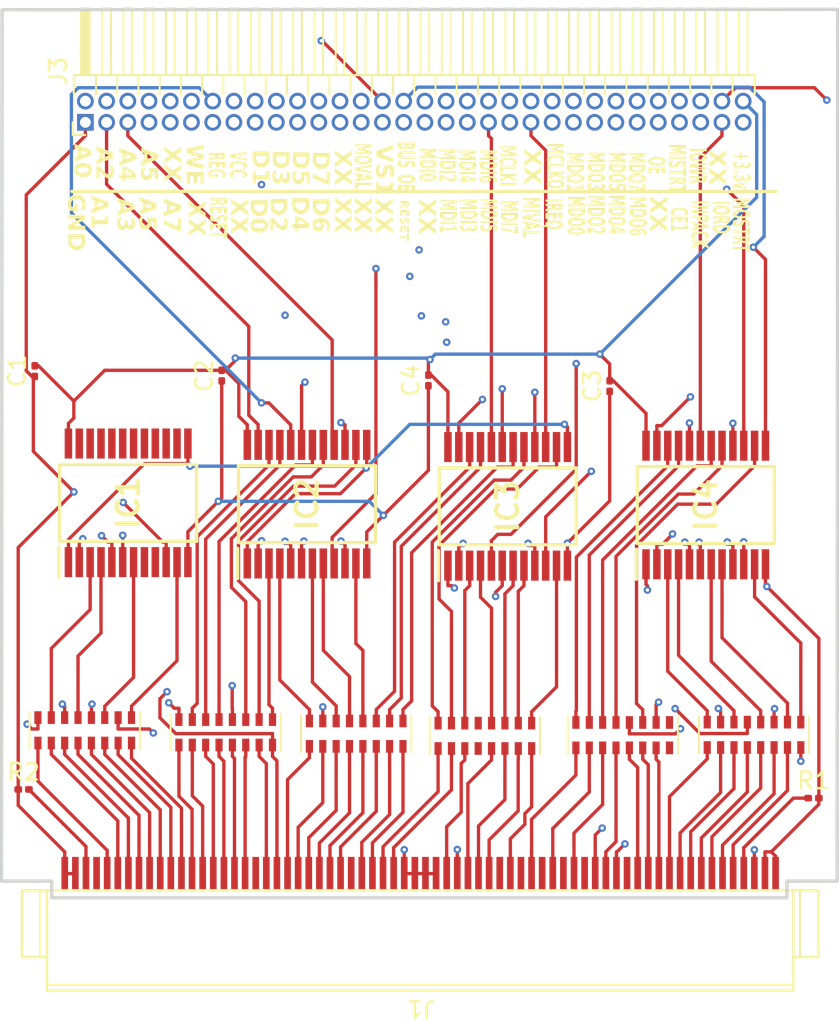
<source format=kicad_pcb>
(kicad_pcb (version 20221018) (generator pcbnew)
  (layers (0 "F.Cu" signal) (1 "In1.Cu" signal) (2 "In2.Cu" signal) (31 "B.Cu" signal) (34 "B.Paste" user) (35 "F.Paste" user) (36 "B.SilkS" user "B.Silkscreen") (37 "F.SilkS" user "F.Silkscreen") (38 "B.Mask" user) (39 "F.Mask" user) (44 "Edge.Cuts" user))
  (net 0 "")
  (net 1 "+3V3")
  (net 2 "VCC")
  (net 3 "GND")
  (net 14 "D3")
  (net 15 "D4")
  (net 16 "D5")
  (net 17 "D6")
  (net 18 "D7")
  (net 19 "CE1#")
  (net 20 "OE#")
  (net 21 "WE#")
  (net 22 "IREQ#")
  (net 23 "MIVAL")
  (net 24 "MCLKI")
  (net 25 "A7")
  (net 26 "A6")
  (net 27 "A5")
  (net 28 "A4")
  (net 29 "A3")
  (net 30 "A2")
  (net 31 "A1")
  (net 32 "A0")
  (net 33 "D0")
  (net 34 "D1")
  (net 35 "D2")
  (net 36 "MDO3")
  (net 37 "MDO4")
  (net 38 "MDO5")
  (net 39 "MDO6")
  (net 40 "MDO7")
  (net 41 "IORD#")
  (net 42 "IOWR#")
  (net 43 "MISTRT")
  (net 44 "MDI0")
  (net 45 "MDI1")
  (net 46 "MDI2")
  (net 47 "MDI3")
  (net 48 "MDI4")
  (net 49 "MDI5")
  (net 50 "MDI6")
  (net 51 "MDI7")
  (net 52 "MCLKO")
  (net 53 "RESET")
  (net 54 "INPACK#")
  (net 55 "REG#")
  (net 56 "MOVAL")
  (net 57 "MOSTRT")
  (net 58 "MDO0")
  (net 59 "MDO1")
  (net 60 "Net-(J1-CD1#)")
  (net 61 "MDO2")
  (net 63 "CE2#")
  (net 65 "INOUT_MOSTRT")
  (net 66 "INOUT_D0")
  (net 67 "INOUT_MDO0")
  (net 68 "INOUT_D1")
  (net 69 "INOUT_MDO1")
  (net 70 "INOUT_D2")
  (net 71 "INOUT_MDO2")
  (net 72 "INOUT_A3")
  (net 73 "INOUT_INPACK#")
  (net 74 "INOUT_A2")
  (net 75 "INOUT_REG#")
  (net 76 "INOUT_A1")
  (net 77 "INOUT_MOVAL")
  (net 78 "INOUT_A0")
  (net 79 "INOUT_MDI6")
  (net 80 "INOUT_A7")
  (net 81 "INOUT_MDI7")
  (net 82 "INOUT_A6")
  (net 83 "INOUT_A5")
  (net 84 "INOUT_RESET")
  (net 85 "INOUT_A4")
  (net 86 "Net-(J1-CD2#)")
  (net 88 "INOUT_WE#")
  (net 89 "INOUT_MDI2")
  (net 91 "INOUT_MDI3")
  (net 92 "INOUT_MIVAL")
  (net 93 "INOUT_MDI4")
  (net 94 "INOUT_MCLKI")
  (net 95 "INOUT_MDI5")
  (net 96 "INOUT_IOWR#")
  (net 97 "INOUT_MISTRT")
  (net 98 "INOUT_MDI0")
  (net 99 "INOUT_MDI1")
  (net 100 "INOUT_MDO6")
  (net 101 "INOUT_CE1#")
  (net 102 "INOUT_MDO7")
  (net 103 "INOUT_MCLKO")
  (net 104 "INOUT_OE#")
  (net 105 "INOUT_IORD#")
  (net 106 "INOUT_D3")
  (net 107 "INOUT_MDO3")
  (net 108 "INOUT_D5")
  (net 109 "INOUT_MDO4")
  (net 110 "INOUT_D6")
  (net 111 "INOUT_MDO5")
  (net 112 "INOUT_D7")
  (net 113 "INOUT_D4")
  (net 121 "VS1{slash}REFRESH")
  (net 125 "_RESET")
  (net 126 "_MCLKI")
  (net 127 "_MDI7")
  (net 128 "_MDI6")
  (net 129 "_MDI5")
  (net 130 "_MDI4")
  (net 131 "_MDI3")
  (net 132 "_MDI2")
  (net 133 "_MDI1")
  (net 134 "_MDI0")
  (net 135 "_CE1#")
  (net 136 "_OE#")
  (net 137 "_D7")
  (net 138 "_D6")
  (net 139 "_D5")
  (net 140 "_D4")
  (net 141 "_D3")
  (net 143 "_MIVAL")
  (net 144 "_REG#")
  (net 145 "_A1")
  (net 146 "_A2")
  (net 147 "_A3")
  (net 148 "_A4")
  (net 149 "_A6")
  (net 150 "_A7")
  (net 151 "BUS_OE")
  (net 152 "_A0")
  (net 153 "_D0")
  (net 154 "_D1")
  (net 155 "_D2")
  (net 158 "_A5")
  (net 159 "_WE#")
  (net 160 "_IORD#")
  (net 161 "_IOWR#")
  (net 162 "_MISTRT")
  (footprint "Capacitor_SMD:C_0201_0603Metric" (layer "F.Cu") (at 58.042 68.588 90)
    (fp_text reference "C4")
    (fp_text value "100 nF" hide)
  )
  (footprint "Resistor_SMD:R_Cat16-8" (layer "F.Cu") (at 77.532 89.808 -90)
    (fp_text reference "RN5" hide)
    (fp_text value "8 x 30R" hide)
  )
  (footprint "Resistor_SMD:R_0201_0603Metric" (layer "F.Cu") (at 33.812 93.078)
    (fp_text reference "R2")
    (fp_text value "0")
  )
  (footprint "Capacitor_SMD:C_0201_0603Metric" (layer "F.Cu") (at 68.892 68.928 90)
    (fp_text reference "C3")
    (fp_text value "100 nF" hide)
  )
  (footprint "SN74CBTD3384CDBR:SOP65P780X200-24N" (layer "F.Cu") (at 62.787 76.128 90)
    (fp_text reference "IC3")
    (fp_text value "SN74CBTD3384CDBR" hide)
  )
  (footprint "Resistor_SMD:R_Cat16-8" (layer "F.Cu") (at 37.472 89.538 -90)
    (fp_text reference "RN2" hide)
    (fp_text value "8 x 30R" hide)
  )
  (footprint "LIB_SN74CBTD3384CDBR:SOP65P780X200-24N" (layer "F.Cu") (at 40.072 75.918 90)
    (fp_text reference "IC1")
    (fp_text value "SN74CBTD3384CDBR" hide)
  )
  (footprint "Connector_PinHeader_1.27mm:PinHeader_2x32_P1.27mm_Horizontal" (layer "F.Cu") (at 37.512 53.138 90)
    (fp_text reference "J3")
    (fp_text value "Conn_02x32_Top_Bottom" hide)
  )
  (footprint "Resistor_SMD:R_Cat16-8" (layer "F.Cu") (at 69.672 89.828 -90)
    (fp_text reference "RN3" hide)
    (fp_text value "8 x 30R" hide)
  )
  (footprint "Resistor_SMD:R_Cat16-8" (layer "F.Cu") (at 61.422 89.868 -90)
    (fp_text reference "RN4" hide)
    (fp_text value "8 x 30R" hide)
  )
  (footprint "SN74CBTD3384CDBR:SOP65P780X200-24N" (layer "F.Cu") (at 50.777 75.998 90)
    (fp_text reference "IC2")
    (fp_text value "SN74CBTD3384CDBR" hide)
  )
  (footprint "SN74CBTD3384CDBR:SOP65P780X200-24N" (layer "F.Cu") (at 74.642 76.048 90)
    (fp_text reference "IC4")
    (fp_text value "SN74CBTD3384CDBR" hide)
  )
  (footprint "Resistor_SMD:R_Cat16-8" (layer "F.Cu") (at 53.722 89.738 -90)
    (fp_text reference "RN1" hide)
    (fp_text value "8 x 30R" hide)
  )
  (footprint "Resistor_SMD:R_Cat16-8" (layer "F.Cu") (at 45.912 89.658 -90)
    (fp_text reference "RN6" hide)
    (fp_text value "8 x 30R" hide)
  )
  (footprint "PC_Card:IC9_Series" (layer "F.Cu") (at 57.5495 99.118 180)
    (fp_text reference "J1")
    (fp_text value "9-68RD-0.635SF")
  )
  (footprint "Resistor_SMD:R_0201_0603Metric" (layer "F.Cu") (at 81.092 93.598)
    (fp_text reference "R1")
    (fp_text value "0" hide)
  )
  (footprint "Capacitor_SMD:C_0201_0603Metric" (layer "F.Cu") (at 45.672 68.303 90)
    (fp_text reference "C2")
    (fp_text value "100 nF" hide)
  )
  (footprint "Capacitor_SMD:C_0201_0603Metric" (layer "F.Cu") (at 34.482 68.033 90)
    (fp_text reference "C1")
    (fp_text value "100 nF" hide)
  )
  (gr_line (start 36.702 57.268) (end 78.862 57.278) (stroke (width 0.2)) (layer "F.SilkS"))
  (gr_line (start 82.502 98.568) (end 79.502 98.568) (stroke (width 0.2)) (layer "Edge.Cuts"))
  (gr_line (start 35.502 98.568) (end 32.502 98.568) (stroke (width 0.2)) (layer "Edge.Cuts"))
  (gr_line (start 79.502 99.568) (end 35.502 99.568) (stroke (width 0.2)) (layer "Edge.Cuts"))
  (gr_line (start 35.502 99.568) (end 35.502 98.568) (stroke (width 0.2)) (layer "Edge.Cuts"))
  (gr_line (start 32.502 98.568) (end 32.5274 46.3964) (stroke (width 0.2)) (layer "Edge.Cuts"))
  (gr_line (start 82.54 46.371) (end 82.502 98.568) (stroke (width 0.2)) (layer "Edge.Cuts"))
  (gr_line (start 32.5274 46.3964) (end 82.54 46.371) (stroke (width 0.2)) (layer "Edge.Cuts"))
  (gr_line (start 79.502 98.568) (end 79.502 99.568) (stroke (width 0.2)) (layer "Edge.Cuts"))
  (gr_text "MDO0" (at 66.232 57.538 270) (layer "F.SilkS") (effects (font (size 1 0.5) (thickness 0.125) bold) (justify left bottom)))
  (gr_text "MDI2" (at 58.532 54.698 270) (layer "F.SilkS") (effects (font (size 1 0.5) (thickness 0.125) bold) (justify left bottom)))
  (gr_text "MDI3" (at 59.7816 57.6994 270) (layer "F.SilkS") (effects (font (size 1 0.5) (thickness 0.125) bold) (justify left bottom)))
  (gr_text "MDO1" (at 66.162 54.918 270) (layer "F.SilkS") (effects (font (size 1 0.5) (thickness 0.125) bold) (justify left bottom)))
  (gr_text "A0" (at 36.692 54.418 270) (layer "F.SilkS") (effects (font (size 1 1) (thickness 0.25) bold) (justify left bottom)))
  (gr_text "MOVAL" (at 53.462 54.388 270) (layer "F.SilkS") (effects (font (size 1 0.5) (thickness 0.125) bold) (justify left bottom)))
  (gr_text "MOSTRT" (at 76.102 57.638 270) (layer "F.SilkS") (effects (font (size 1 0.5) (thickness 0.125) bold) (justify left bottom)))
  (gr_text "A3" (at 39.262 57.648 270) (layer "F.SilkS") (effects (font (size 1 1) (thickness 0.25) bold) (justify left bottom)))
  (gr_text "REG" (at 44.712 54.898 270) (layer "F.SilkS") (effects (font (size 1 0.5) (thickness 0.125) bold) (justify left bottom)))
  (gr_text "A2" (at 38.002 54.568 270) (layer "F.SilkS") (effects (font (size 1 1) (thickness 0.25) bold) (justify left bottom)))
  (gr_text "MDI6" (at 60.942 54.758 270) (layer "F.SilkS") (effects (font (size 1 0.5) (thickness 0.125) bold) (justify left bottom)))
  (gr_text "D1" (at 47.352 54.748 270) (layer "F.SilkS") (effects (font (size 1 1) (thickness 0.25) bold) (justify left bottom)))
  (gr_text "XX" (at 52.272 54.778 270) (layer "F.SilkS") (effects (font (size 1 1) (thickness 0.25) bold) (justify left bottom)))
  (gr_text "A5" (at 40.582 57.598 270) (layer "F.SilkS") (effects (font (size 1 1) (thickness 0.25) bold) (justify left bottom)))
  (gr_text "GND" (at 36.312 57.388 270) (layer "F.SilkS") (effects (font (size 1 1) (thickness 0.25) bold) (justify left bottom)))
  (gr_text "WE" (at 43.402 54.428 270) (layer "F.SilkS") (effects (font (size 1 1) (thickness 0.25) bold) (justify left bottom)))
  (gr_text "MDI5" (at 60.992 57.688 270) (layer "F.SilkS") (effects (font (size 1 0.5) (thickness 0.125) bold) (justify left bottom)))
  (gr_text "XX" (at 57.312 57.708 270) (layer "F.SilkS") (effects (font (size 1 1) (thickness 0.25) bold) (justify left bottom)))
  (gr_text "MDI4" (at 59.712 54.758 270) (layer "F.SilkS") (effects (font (size 1 0.5) (thickness 0.125) bold) (justify left bottom)))
  (gr_text "OE" (at 71.042 55.178 270) (layer "F.SilkS") (effects (font (size 1 0.5) (thickness 0.125) bold) (justify left bottom)))
  (gr_text "+3.3v\n" (at 76.132 54.878 270) (layer "F.SilkS") (effects (font (size 1 0.5) (thickness 0.125) bold) (justify left bottom)))
  (gr_text "A5" (at 40.682 54.648 270) (layer "F.SilkS") (effects (font (size 1 1) (thickness 0.25) bold) (justify left bottom)))
  (gr_text "D4" (at 49.722 57.548 270) (layer "F.SilkS") (effects (font (size 1 1) (thickness 0.25) bold) (justify left bottom)))
  (gr_text "D0" (at 47.242 57.668 270) (layer "F.SilkS") (effects (font (size 1 1) (thickness 0.25) bold) (justify left bottom)))
  (gr_text "XX" (at 63.612 54.708 270) (layer "F.SilkS") (effects (font (size 1 1) (thickness 0.25) bold) (justify left bottom)))
  (gr_text "MDI7" (at 62.22 57.801 270) (layer "F.SilkS") (effects (font (size 1 0.5) (thickness 0.125) bold) (justify left bottom)))
  (gr_text "IREQ" (at 64.882 57.688 270) (layer "F.SilkS") (effects (font (size 1 0.5) (thickness 0.125) bold) (justify left bottom)))
  (gr_text "MDO5" (at 68.672 54.898 270) (layer "F.SilkS") (effects (font (size 1 0.5) (thickness 0.125) bold) (justify left bottom)))
  (gr_text "A4" (at 39.372 54.658 270) (layer "F.SilkS") (effects (font (size 1 1) (thickness 0.25) bold) (justify left bottom)))
  (gr_text "XX" (at 52.262 57.608 270) (layer "F.SilkS") (effects (font (size 1 1) (thickness 0.25) bold) (justify left bottom)))
  (gr_text "MDI0" (at 57.342 54.658 270) (layer "F.SilkS") (effects (font (size 1 0.5) (thickness 0.125) bold) (justify left bottom)))
  (gr_text "MISTRT" (at 72.272 54.428 270) (layer "F.SilkS") (effects (font (size 1 0.5) (thickness 0.125) bold) (justify left bottom)))
  (gr_text "D7" (at 50.952 54.838 270) (layer "F.SilkS") (effects (font (size 1 1) (thickness 0.25) bold) (justify left bottom)))
  (gr_text "D2" (at 48.412 57.598 270) (layer "F.SilkS") (effects (font (size 1 1) (thickness 0.25) bold) (justify left bottom)))
  (gr_text "XX" (at 54.712 57.658 270) (layer "F.SilkS") (effects (font (size 1 1) (thickness 0.25) bold) (justify left bottom)))
  (gr_text "MDI1" (at 58.552 57.738 270) (layer "F.SilkS") (effects (font (size 1 0.5) (thickness 0.125) bold) (justify left bottom)))
  (gr_text "MDO2" (at 67.422 57.498 270) (layer "F.SilkS") (effects (font (size 1 0.5) (thickness 0.125) bold) (justify left bottom)))
  (gr_text "XX" (at 71.152 57.538 270) (layer "F.SilkS") (effects (font (size 1 1) (thickness 0.25) bold) (justify left bottom)))
  (gr_text "A1" (at 37.702 57.508 270) (layer "F.SilkS") (effects (font (size 1 1) (thickness 0.25) bold) (justify left bottom)))
  (gr_text "IOWR" (at 73.512 54.668 270) (layer "F.SilkS") (effects (font (size 1 0.5) (thickness 0.125) bold) (justify left bottom)))
  (gr_text "VS1" (at 54.752 54.4736 270) (layer "F.SilkS") (effects (font (size 1 1) (thickness 0.25) bold) (justify left bottom)))
  (gr_text "MDO7" (at 69.852 54.918 270) (layer "F.SilkS") (effects (font (size 1 0.5) (thickness 0.125) bold) (justify left bottom)))
  (gr_text "RESET\n" (at 56.2764 57.7756 270) (layer "F.SilkS") (effects (font (size 0.5 0.5) (thickness 0.125) bold) (justify left bottom)))
  (gr_text "MCLKI" (at 62.132 54.508 270) (layer "F.SilkS") (effects (font (size 1 0.5) (thickness 0.125) bold) (justify left bottom)))
  (gr_text "MCLKO" (at 64.982 54.368 270) (layer "F.SilkS") (effects (font (size 1 0.5) (thickness 0.125) bold) (justify left bottom)))
  (gr_text "MIVAL" (at 63.532 57.608 270) (layer "F.SilkS") (effects (font (size 1 0.5) (thickness 0.125) bold) (justify left bottom)))
  (gr_text "INPACK" (at 73.622 57.798 270) (layer "F.SilkS") (effects (font (size 1 0.5) (thickness 0.125) bold) (justify left bottom)))
  (gr_text "D5" (at 49.752 54.808 270) (layer "F.SilkS") (effects (font (size 1 1) (thickness 0.25) bold) (justify left bottom)))
  (gr_text "CE1" (at 72.392 58.208 270) (layer "F.SilkS") (effects (font (size 1 0.5) (thickness 0.125) bold) (justify left bottom)))
  (gr_text "XX" (at 53.472 57.628 270) (layer "F.SilkS") (effects (font (size 1 1) (thickness 0.25) bold) (justify left bottom)))
  (gr_text "IORD" (at 74.912 57.848 270) (layer "F.SilkS") (effects (font (size 1 0.5) (thickness 0.125) bold) (justify left bottom)))
  (gr_text "MDO3" (at 67.412 54.888 270) (layer "F.SilkS") (effects (font (size 1 0.5) (thickness 0.125) bold) (justify left bottom)))
  (gr_text "XX" (at 46.072 57.688 270) (layer "F.SilkS") (effects (font (size 1 1) (thickness 0.25) bold) (justify left bottom)))
  (gr_text "MDO6" (at 69.912 57.578 270) (layer "F.SilkS") (effects (font (size 1 0.5) (thickness 0.125) bold) (justify left bottom)))
  (gr_text "MDO4" (at 68.662 57.478 270) (layer "F.SilkS") (effects (font (size 1 0.5) (thickness 0.125) bold) (justify left bottom)))
  (gr_text "RESET" (at 44.812 57.618 270) (layer "F.SilkS") (effects (font (size 1 0.5) (thickness 0.125) bold) (justify left bottom)))
  (gr_text "A7" (at 42.042 57.698 270) (layer "F.SilkS") (effects (font (size 1 1) (thickness 0.25) bold) (justify left bottom)))
  (gr_text "XX" (at 43.522 57.808 270) (layer "F.SilkS") (effects (font (size 1 1) (thickness 0.25) bold) (justify left bottom)))
  (gr_text "D3" (at 48.552 54.788 270) (layer "F.SilkS") (effects (font (size 1 1) (thickness 0.25) bold) (justify left bottom)))
  (gr_text "D6" (at 50.952 57.618 270) (layer "F.SilkS") (effects (font (size 1 1) (thickness 0.25) bold) (justify left bottom)))
  (gr_text "BUS_OE" (at 56.052 54.278 270) (layer "F.SilkS") (effects (font (size 1 0.5) (thickness 0.125) bold) (justify left bottom)))
  (gr_text "XX" (at 74.682 54.768 270) (layer "F.SilkS") (effects (font (size 1 1) (thickness 0.25) bold) (justify left bottom)))
  (gr_text "VCC" (at 45.982 54.888 270) (layer "F.SilkS") (effects (font (size 1 0.5) (thickness 0.125) bold) (justify left bottom)))
  (gr_text "XX" (at 42.072 54.558 270) (layer "F.SilkS") (effects (font (size 1 1) (thickness 0.25) bold) (justify left bottom)))
  (segment (start 34.7047 67.713) (end 36.8219 69.8302) (width 0.2) (layer "F.Cu") (net 1))
  (segment (start 58.042 68.268) (end 58.042 67.4301) (width 0.2) (layer "F.Cu") (net 1))
  (segment (start 58.209 68.268) (end 59.212 69.271) (width 0.2) (layer "F.Cu") (net 1))
  (segment (start 36.8219 69.8302) (end 36.8219 70.8412) (width 0.2) (layer "F.Cu") (net 1))
  (segment (start 68.892 67.6065) (end 68.3015 67.016) (width 0.2) (layer "F.Cu") (net 1))
  (segment (start 46.6959 68.7772) (end 46.6959 70.74) (width 0.2) (layer "F.Cu") (net 1))
  (segment (start 38.6691 67.983) (end 36.8219 69.8302) (width 0.2) (layer "F.Cu") (net 1))
  (segment (start 36.8219 70.8412) (end 36.497 71.1661) (width 0.2) (layer "F.Cu") (net 1))
  (segment (start 45.9017 67.983) (end 46.485 67.3997) (width 0.2) (layer "F.Cu") (net 1))
  (segment (start 68.892 68.608) (end 69.1092 68.608) (width 0.2) (layer "F.Cu") (net 1))
  (segment (start 47.202 71.2461) (end 47.202 72.448) (width 0.2) (layer "F.Cu") (net 1))
  (segment (start 46.6959 70.74) (end 47.202 71.2461) (width 0.2) (layer "F.Cu") (net 1))
  (segment (start 59.212 69.271) (end 59.212 72.578) (width 0.2) (layer "F.Cu") (net 1))
  (segment (start 46.485 67.3997) (end 46.485 67.2533) (width 0.2) (layer "F.Cu") (net 1))
  (segment (start 45.672 67.983) (end 38.6691 67.983) (width 0.2) (layer "F.Cu") (net 1))
  (segment (start 71.067 70.5658) (end 71.067 72.498) (width 0.2) (layer "F.Cu") (net 1))
  (segment (start 69.1092 68.608) (end 71.067 70.5658) (width 0.2) (layer "F.Cu") (net 1))
  (segment (start 58.042 68.268) (end 58.209 68.268) (width 0.2) (layer "F.Cu") (net 1))
  (segment (start 45.9017 67.983) (end 46.6959 68.7772) (width 0.2) (layer "F.Cu") (net 1))
  (segment (start 34.482 67.713) (end 34.7047 67.713) (width 0.2) (layer "F.Cu") (net 1))
  (segment (start 36.497 71.1661) (end 36.497 72.368) (width 0.2) (layer "F.Cu") (net 1))
  (segment (start 68.892 68.608) (end 68.892 67.6065) (width 0.2) (layer "F.Cu") (net 1))
  (segment (start 45.672 67.983) (end 45.9017 67.983) (width 0.2) (layer "F.Cu") (net 1))
  (segment (start 58.042 67.4301) (end 58.1329 67.3392) (width 0.2) (layer "F.Cu") (net 1))
  (via (at 46.485 67.2533) (size 0.45) (drill 0.2) (layers "F.Cu" "B.Cu") (net 1))
  (via (at 68.3015 67.016) (size 0.45) (drill 0.2) (layers "F.Cu" "B.Cu") (net 1))
  (via (at 58.1329 67.3392) (size 0.45) (drill 0.2) (layers "F.Cu" "B.Cu") (net 1))
  (segment (start 76.882 51.868) (end 77.6929 52.6789) (width 0.2) (layer "B.Cu") (net 1))
  (segment (start 46.485 67.2533) (end 58.047 67.2533) (width 0.2) (layer "B.Cu") (net 1))
  (segment (start 77.6929 52.6789) (end 77.6929 57.6246) (width 0.2) (layer "B.Cu") (net 1))
  (segment (start 68.3015 67.016) (end 58.4561 67.016) (width 0.2) (layer "B.Cu") (net 1))
  (segment (start 58.4561 67.016) (end 58.1329 67.3392) (width 0.2) (layer "B.Cu") (net 1))
  (segment (start 77.6929 57.6246) (end 68.3015 67.016) (width 0.2) (layer "B.Cu") (net 1))
  (segment (start 58.047 67.2533) (end 58.1329 67.3392) (width 0.2) (layer "B.Cu") (net 1))
  (segment (start 57.867 98.118) (end 56.597 98.118) (width 0.2) (layer "F.Cu") (net 2))
  (segment (start 57.867 98.118) (end 58.502 98.118) (width 0.2) (layer "F.Cu") (net 2))
  (segment (start 56.597 98.118) (end 56.597 96.6877) (width 0.2) (layer "F.Cu") (net 2))
  (via (at 56.597 96.6877) (size 0.45) (drill 0.2) (layers "F.Cu" "B.Cu") (net 2))
  (segment (start 33.492 78.5979) (end 33.492 93.078) (width 0.2) (layer "F.Cu") (net 3))
  (segment (start 78.217 79.598) (end 78.217 80.7999) (width 0.2) (layer "F.Cu") (net 3))
  (segment (start 34.3984 72.8385) (end 36.8249 75.265) (width 0.2) (layer "F.Cu") (net 3))
  (segment (start 54.352 77.6668) (end 55.3483 76.6705) (width 0.2) (layer "F.Cu") (net 3))
  (segment (start 37.512 53.9399) (end 37.512 53.138) (width 0.2) (layer "F.Cu") (net 3))
  (segment (start 81.412 93.598) (end 81.412 93.9676) (width 0.2) (layer "F.Cu") (net 3))
  (segment (start 34.3984 68.353) (end 34.3147 68.353) (width 0.2) (layer "F.Cu") (net 3))
  (segment (start 81.412 84.0407) (end 81.412 93.598) (width 0.2) (layer "F.Cu") (net 3))
  (segment (start 33.9732 57.4787) (end 37.512 53.9399) (width 0.2) (layer "F.Cu") (net 3))
  (segment (start 34.3147 68.353) (end 33.9732 68.0115) (width 0.2) (layer "F.Cu") (net 3))
  (segment (start 43.647 77.6499) (end 45.469 75.8279) (width 0.2) (layer "F.Cu") (net 3))
  (segment (start 78.2987 80.9274) (end 81.412 84.0407) (width 0.2) (layer "F.Cu") (net 3))
  (segment (start 55.3483 76.6705) (end 58.042 73.9768) (width 0.2) (layer "F.Cu") (net 3))
  (segment (start 34.482 68.353) (end 34.3984 68.353) (width 0.2) (layer "F.Cu") (net 3))
  (segment (start 43.647 79.468) (end 43.647 77.6499) (width 0.2) (layer "F.Cu") (net 3))
  (segment (start 66.362 78.3336) (end 66.362 79.678) (width 0.2) (layer "F.Cu") (net 3))
  (segment (start 36.277 98.118) (end 36.277 96.8161) (width 0.2) (layer "F.Cu") (net 3))
  (segment (start 36.8249 75.265) (end 33.492 78.5979) (width 0.2) (layer "F.Cu") (net 3))
  (segment (start 45.672 68.623) (end 45.672 75.6249) (width 0.2) (layer "F.Cu") (net 3))
  (segment (start 33.492 94.0311) (end 33.492 93.078) (width 0.2) (layer "F.Cu") (net 3))
  (segment (start 36.277 96.8161) (end 33.492 94.0311) (width 0.2) (layer "F.Cu") (net 3))
  (segment (start 78.217 80.7999) (end 78.2987 80.8816) (width 0.2) (layer "F.Cu") (net 3))
  (segment (start 78.822 98.118) (end 78.822 97.0746) (width 0.2) (layer "F.Cu") (net 3))
  (segment (start 81.412 93.9676) (end 78.5635 96.8161) (width 0.2) (layer "F.Cu") (net 3))
  (segment (start 45.672 75.6249) (end 45.469 75.8279) (width 0.2) (layer "F.Cu") (net 3))
  (segment (start 66.362 78.3336) (end 68.892 75.8036) (width 0.2) (layer "F.Cu") (net 3))
  (segment (start 78.187 96.8161) (end 78.187 98.118) (width 0.2) (layer "F.Cu") (net 3))
  (segment (start 54.352 79.548) (end 54.352 77.6668) (width 0.2) (layer "F.Cu") (net 3))
  (segment (start 78.822 97.0746) (end 78.5635 96.8161) (width 0.2) (layer "F.Cu") (net 3))
  (segment (start 34.3984 68.353) (end 34.3984 72.8385) (width 0.2) (layer "F.Cu") (net 3))
  (segment (start 78.2987 80.8816) (end 78.2987 80.9274) (width 0.2) (layer "F.Cu") (net 3))
  (segment (start 58.042 73.9768) (end 58.042 68.908) (width 0.2) (layer "F.Cu") (net 3))
  (segment (start 68.892 75.8036) (end 68.892 69.248) (width 0.2) (layer "F.Cu") (net 3))
  (segment (start 33.9732 68.0115) (end 33.9732 57.4787) (width 0.2) (layer "F.Cu") (net 3))
  (segment (start 36.912 98.118) (end 36.277 98.118) (width 0.2) (layer "F.Cu") (net 3))
  (segment (start 78.5635 96.8161) (end 78.187 96.8161) (width 0.2) (layer "F.Cu") (net 3))
  (via (at 78.2987 80.9274) (size 0.45) (drill 0.2) (layers "F.Cu" "B.Cu") (net 3))
  (via (at 55.3483 76.6705) (size 0.45) (drill 0.2) (layers "F.Cu" "B.Cu") (net 3))
  (via (at 36.8249 75.265) (size 0.45) (drill 0.2) (layers "F.Cu" "B.Cu") (net 3))
  (via (at 66.362 78.3336) (size 0.45) (drill 0.2) (layers "F.Cu" "B.Cu") (net 3))
  (via (at 45.469 75.8279) (size 0.45) (drill 0.2) (layers "F.Cu" "B.Cu") (net 3))
  (segment (start 45.469 75.8279) (end 54.5057 75.8279) (width 0.2) (layer "B.Cu") (net 3))
  (segment (start 54.5057 75.8279) (end 55.3483 76.6705) (width 0.2) (layer "B.Cu") (net 3))
  (segment (start 80.332 90.568) (end 80.332 91.3903) (width 0.2) (layer "F.Cu") (net 14))
  (segment (start 77.552 96.6909) (end 77.552 98.118) (width 0.2) (layer "F.Cu") (net 14))
  (via (at 80.332 91.3903) (size 0.45) (drill 0.2) (layers "F.Cu" "B.Cu") (net 14))
  (via (at 77.552 96.6909) (size 0.45) (drill 0.2) (layers "F.Cu" "B.Cu") (net 14))
  (segment (start 79.532 93.1437) (end 76.282 96.3937) (width 0.2) (layer "F.Cu") (net 15))
  (segment (start 76.282 96.3937) (end 76.282 98.118) (width 0.2) (layer "F.Cu") (net 15))
  (segment (start 79.532 90.568) (end 79.532 93.1437) (width 0.2) (layer "F.Cu") (net 15))
  (segment (start 75.012 95.9177) (end 77.932 92.9977) (width 0.2) (layer "F.Cu") (net 16))
  (segment (start 75.012 98.118) (end 75.012 95.9177) (width 0.2) (layer "F.Cu") (net 16))
  (segment (start 77.932 92.9977) (end 77.932 90.568) (width 0.2) (layer "F.Cu") (net 16))
  (segment (start 73.742 95.6187) (end 73.742 98.118) (width 0.2) (layer "F.Cu") (net 17))
  (segment (start 76.332 90.568) (end 76.332 93.0287) (width 0.2) (layer "F.Cu") (net 17))
  (segment (start 76.332 93.0287) (end 73.742 95.6187) (width 0.2) (layer "F.Cu") (net 17))
  (segment (start 74.732 91.2499) (end 72.472 93.5099) (width 0.2) (layer "F.Cu") (net 18))
  (segment (start 74.732 90.568) (end 74.732 91.2499) (width 0.2) (layer "F.Cu") (net 18))
  (segment (start 72.472 93.5099) (end 72.472 98.118) (width 0.2) (layer "F.Cu") (net 18))
  (segment (start 70.872 91.2699) (end 71.202 91.5999) (width 0.2) (layer "F.Cu") (net 19))
  (segment (start 71.202 91.5999) (end 71.202 98.118) (width 0.2) (layer "F.Cu") (net 19))
  (segment (start 70.872 90.588) (end 70.872 91.2699) (width 0.2) (layer "F.Cu") (net 19))
  (segment (start 69.272 96.2061) (end 69.272 90.588) (width 0.2) (layer "F.Cu") (net 20))
  (segment (start 68.662 96.8161) (end 69.272 96.2061) (width 0.2) (layer "F.Cu") (net 20))
  (segment (start 68.662 98.118) (end 68.662 96.8161) (width 0.2) (layer "F.Cu") (net 20))
  (segment (start 62.622 93.6892) (end 62.622 90.628) (width 0.2) (layer "F.Cu") (net 21))
  (segment (start 61.042 98.118) (end 61.042 95.2692) (width 0.2) (layer "F.Cu") (net 21))
  (segment (start 61.042 95.2692) (end 62.622 93.6892) (width 0.2) (layer "F.Cu") (net 21))
  (segment (start 59.772 98.118) (end 59.772 96.6769) (width 0.2) (layer "F.Cu") (net 22))
  (via (at 59.772 96.6769) (size 0.45) (drill 0.2) (layers "F.Cu" "B.Cu") (net 22))
  (segment (start 59.422 90.628) (end 59.422 93.1034) (width 0.2) (layer "F.Cu") (net 23))
  (segment (start 55.962 96.5634) (end 55.962 98.118) (width 0.2) (layer "F.Cu") (net 23))
  (segment (start 59.422 93.1034) (end 55.962 96.5634) (width 0.2) (layer "F.Cu") (net 23))
  (segment (start 56.522 94.4469) (end 54.692 96.2769) (width 0.2) (layer "F.Cu") (net 24))
  (segment (start 56.522 90.498) (end 56.522 94.4469) (width 0.2) (layer "F.Cu") (net 24))
  (segment (start 54.692 96.2769) (end 54.692 98.118) (width 0.2) (layer "F.Cu") (net 24))
  (segment (start 54.122 90.498) (end 54.122 94.4735) (width 0.2) (layer "F.Cu") (net 25))
  (segment (start 54.122 94.4735) (end 52.152 96.4435) (width 0.2) (layer "F.Cu") (net 25))
  (segment (start 52.152 96.4435) (end 52.152 98.118) (width 0.2) (layer "F.Cu") (net 25))
  (segment (start 52.522 90.498) (end 52.522 94.3337) (width 0.2) (layer "F.Cu") (net 26))
  (segment (start 52.522 94.3337) (end 50.882 95.9737) (width 0.2) (layer "F.Cu") (net 26))
  (segment (start 50.882 95.9737) (end 50.882 98.118) (width 0.2) (layer "F.Cu") (net 26))
  (segment (start 49.612 92.4899) (end 49.612 98.118) (width 0.2) (layer "F.Cu") (net 27))
  (segment (start 50.922 91.1799) (end 49.612 92.4899) (width 0.2) (layer "F.Cu") (net 27))
  (segment (start 50.922 90.498) (end 50.922 91.1799) (width 0.2) (layer "F.Cu") (net 27))
  (segment (start 48.342 91.5299) (end 48.342 98.118) (width 0.2) (layer "F.Cu") (net 28))
  (segment (start 47.912 91.0999) (end 48.342 91.5299) (width 0.2) (layer "F.Cu") (net 28))
  (segment (start 47.912 90.418) (end 47.912 91.0999) (width 0.2) (layer "F.Cu") (net 28))
  (segment (start 47.112 91.0999) (end 47.072 91.1399) (width 0.2) (layer "F.Cu") (net 29))
  (segment (start 47.072 91.1399) (end 47.072 98.118) (width 0.2) (layer "F.Cu") (net 29))
  (segment (start 47.112 90.418) (end 47.112 91.0999) (width 0.2) (layer "F.Cu") (net 29))
  (segment (start 45.512 90.418) (end 45.512 91.0999) (width 0.2) (layer "F.Cu") (net 30))
  (segment (start 45.512 91.0999) (end 45.802 91.3899) (width 0.2) (layer "F.Cu") (net 30))
  (segment (start 45.802 91.3899) (end 45.802 98.118) (width 0.2) (layer "F.Cu") (net 30))
  (segment (start 43.912 90.418) (end 43.912 93.4575) (width 0.2) (layer "F.Cu") (net 31))
  (segment (start 44.532 94.0775) (end 44.532 98.118) (width 0.2) (layer "F.Cu") (net 31))
  (segment (start 43.912 93.4575) (end 44.532 94.0775) (width 0.2) (layer "F.Cu") (net 31))
  (segment (start 43.262 98.118) (end 43.262 94.1997) (width 0.2) (layer "F.Cu") (net 32))
  (segment (start 40.272 91.2097) (end 40.272 90.298) (width 0.2) (layer "F.Cu") (net 32))
  (segment (start 43.262 94.1997) (end 40.272 91.2097) (width 0.2) (layer "F.Cu") (net 32))
  (segment (start 38.672 90.298) (end 38.672 90.9799) (width 0.2) (layer "F.Cu") (net 33))
  (segment (start 38.672 90.9799) (end 41.992 94.2999) (width 0.2) (layer "F.Cu") (net 33))
  (segment (start 41.992 94.2999) (end 41.992 98.118) (width 0.2) (layer "F.Cu") (net 33))
  (segment (start 37.072 90.298) (end 37.072 90.9799) (width 0.2) (layer "F.Cu") (net 34))
  (segment (start 37.072 90.9799) (end 40.722 94.6299) (width 0.2) (layer "F.Cu") (net 34))
  (segment (start 40.722 94.6299) (end 40.722 98.118) (width 0.2) (layer "F.Cu") (net 34))
  (segment (start 35.472 90.9799) (end 39.452 94.9599) (width 0.2) (layer "F.Cu") (net 35))
  (segment (start 39.452 94.9599) (end 39.452 98.118) (width 0.2) (layer "F.Cu") (net 35))
  (segment (start 35.472 90.298) (end 35.472 90.9799) (width 0.2) (layer "F.Cu") (net 35))
  (segment (start 78.732 90.568) (end 78.732 93.3342) (width 0.2) (layer "F.Cu") (net 36))
  (segment (start 75.647 96.4192) (end 75.647 98.118) (width 0.2) (layer "F.Cu") (net 36))
  (segment (start 78.732 93.3342) (end 75.647 96.4192) (width 0.2) (layer "F.Cu") (net 36))
  (segment (start 74.377 95.9844) (end 77.132 93.2294) (width 0.2) (layer "F.Cu") (net 37))
  (segment (start 74.377 98.118) (end 74.377 95.9844) (width 0.2) (layer "F.Cu") (net 37))
  (segment (start 77.132 93.2294) (end 77.132 90.568) (width 0.2) (layer "F.Cu") (net 37))
  (segment (start 75.532 90.568) (end 75.532 93.2602) (width 0.2) (layer "F.Cu") (net 38))
  (segment (start 75.532 93.2602) (end 73.107 95.6852) (width 0.2) (layer "F.Cu") (net 38))
  (segment (start 73.107 95.6852) (end 73.107 98.118) (width 0.2) (layer "F.Cu") (net 38))
  (segment (start 71.837 91.4349) (end 71.837 98.118) (width 0.2) (layer "F.Cu") (net 39))
  (segment (start 71.672 90.588) (end 71.672 91.2699) (width 0.2) (layer "F.Cu") (net 39))
  (segment (start 71.672 91.2699) (end 71.837 91.4349) (width 0.2) (layer "F.Cu") (net 39))
  (segment (start 70.072 91.2699) (end 70.567 91.7649) (width 0.2) (layer "F.Cu") (net 40))
  (segment (start 70.567 91.7649) (end 70.567 98.118) (width 0.2) (layer "F.Cu") (net 40))
  (segment (start 70.072 90.588) (end 70.072 91.2699) (width 0.2) (layer "F.Cu") (net 40))
  (segment (start 66.757 95.6914) (end 66.757 98.118) (width 0.2) (layer "F.Cu") (net 41))
  (segment (start 68.472 93.9764) (end 66.757 95.6914) (width 0.2) (layer "F.Cu") (net 41))
  (segment (start 68.472 90.588) (end 68.472 93.9764) (width 0.2) (layer "F.Cu") (net 41))
  (segment (start 65.487 95.4176) (end 65.487 98.118) (width 0.2) (layer "F.Cu") (net 42))
  (segment (start 67.672 93.2326) (end 65.487 95.4176) (width 0.2) (layer "F.Cu") (net 42))
  (segment (start 67.672 90.588) (end 67.672 93.2326) (width 0.2) (layer "F.Cu") (net 42))
  (segment (start 64.217 96.8161) (end 64.217 98.118) (width 0.2) (layer "F.Cu") (net 43))
  (segment (start 64.2185 94.8684) (end 64.2185 96.8146) (width 0.2) (layer "F.Cu") (net 43))
  (segment (start 66.872 92.2149) (end 64.2185 94.8684) (width 0.2) (layer "F.Cu") (net 43))
  (segment (start 66.872 90.588) (end 66.872 92.2149) (width 0.2) (layer "F.Cu") (net 43))
  (segment (start 64.2185 96.8146) (end 64.217 96.8161) (width 0.2) (layer "F.Cu") (net 43))
  (segment (start 63.8166 95.1635) (end 62.947 96.0331) (width 0.2) (layer "F.Cu") (net 44))
  (segment (start 64.222 90.628) (end 64.222 94.1224) (width 0.2) (layer "F.Cu") (net 44))
  (segment (start 63.8166 94.5278) (end 63.8166 95.1635) (width 0.2) (layer "F.Cu") (net 44))
  (segment (start 62.947 96.0331) (end 62.947 98.118) (width 0.2) (layer "F.Cu") (net 44))
  (segment (start 64.222 94.1224) (end 63.8166 94.5278) (width 0.2) (layer "F.Cu") (net 44))
  (segment (start 63.4147 91.3172) (end 63.4147 94.3634) (width 0.2) (layer "F.Cu") (net 45))
  (segment (start 61.677 96.1011) (end 61.677 98.118) (width 0.2) (layer "F.Cu") (net 45))
  (segment (start 63.422 91.3099) (end 63.4147 91.3172) (width 0.2) (layer "F.Cu") (net 45))
  (segment (start 63.4147 94.3634) (end 61.677 96.1011) (width 0.2) (layer "F.Cu") (net 45))
  (segment (start 63.422 90.628) (end 63.422 91.3099) (width 0.2) (layer "F.Cu") (net 45))
  (segment (start 61.822 90.628) (end 61.822 91.3099) (width 0.2) (layer "F.Cu") (net 46))
  (segment (start 60.407 92.7249) (end 60.407 98.118) (width 0.2) (layer "F.Cu") (net 46))
  (segment (start 61.822 91.3099) (end 60.407 92.7249) (width 0.2) (layer "F.Cu") (net 46))
  (segment (start 60.0051 94.4398) (end 59.137 95.3079) (width 0.2) (layer "F.Cu") (net 47))
  (segment (start 59.137 95.3079) (end 59.137 98.118) (width 0.2) (layer "F.Cu") (net 47))
  (segment (start 60.222 90.628) (end 60.222 91.3099) (width 0.2) (layer "F.Cu") (net 47))
  (segment (start 60.0051 91.5268) (end 60.0051 94.4398) (width 0.2) (layer "F.Cu") (net 47))
  (segment (start 60.222 91.3099) (end 60.0051 91.5268) (width 0.2) (layer "F.Cu") (net 47))
  (segment (start 58.622 93.2158) (end 55.327 96.5108) (width 0.2) (layer "F.Cu") (net 48))
  (segment (start 55.327 96.5108) (end 55.327 98.118) (width 0.2) (layer "F.Cu") (net 48))
  (segment (start 58.622 90.628) (end 58.622 93.2158) (width 0.2) (layer "F.Cu") (net 48))
  (segment (start 55.722 90.498) (end 55.722 94.5782) (width 0.2) (layer "F.Cu") (net 49))
  (segment (start 54.057 96.2432) (end 54.057 98.118) (width 0.2) (layer "F.Cu") (net 49))
  (segment (start 55.722 94.5782) (end 54.057 96.2432) (width 0.2) (layer "F.Cu") (net 49))
  (segment (start 54.922 94.3868) (end 52.787 96.5218) (width 0.2) (layer "F.Cu") (net 50))
  (segment (start 52.787 96.5218) (end 52.787 98.118) (width 0.2) (layer "F.Cu") (net 50))
  (segment (start 54.922 90.498) (end 54.922 94.3868) (width 0.2) (layer "F.Cu") (net 50))
  (segment (start 53.322 94.4819) (end 51.517 96.2869) (width 0.2) (layer "F.Cu") (net 51))
  (segment (start 53.322 90.498) (end 53.322 94.4819) (width 0.2) (layer "F.Cu") (net 51))
  (segment (start 51.517 96.2869) (end 51.517 98.118) (width 0.2) (layer "F.Cu") (net 51))
  (segment (start 50.247 95.3473) (end 50.247 98.118) (width 0.2) (layer "F.Cu") (net 52))
  (segment (start 51.722 93.8723) (end 50.247 95.3473) (width 0.2) (layer "F.Cu") (net 52))
  (segment (start 51.722 90.498) (end 51.722 93.8723) (width 0.2) (layer "F.Cu") (net 52))
  (segment (start 42.9211 89.7361) (end 41.9766 88.7916) (width 0.2) (layer "F.Cu") (net 53))
  (segment (start 41.9766 88.7916) (end 41.9766 87.6505) (width 0.2) (layer "F.Cu") (net 53))
  (segment (start 48.712 90.418) (end 48.712 91.0999) (width 0.2) (layer "F.Cu") (net 53))
  (segment (start 48.977 91.3649) (end 48.977 98.118) (width 0.2) (layer "F.Cu") (net 53))
  (segment (start 48.712 90.418) (end 48.712 89.7361) (width 0.2) (layer "F.Cu") (net 53))
  (segment (start 48.712 89.7361) (end 42.9211 89.7361) (width 0.2) (layer "F.Cu") (net 53))
  (segment (start 41.9766 87.6505) (end 42.3994 87.2277) (width 0.2) (layer "F.Cu") (net 53))
  (segment (start 48.712 91.0999) (end 48.977 91.3649) (width 0.2) (layer "F.Cu") (net 53))
  (via (at 42.3994 87.2277) (size 0.45) (drill 0.2) (layers "F.Cu" "B.Cu") (net 53))
  (segment (start 46.312 90.418) (end 46.312 91.0999) (width 0.2) (layer "F.Cu") (net 54))
  (segment (start 46.312 91.0999) (end 46.437 91.2249) (width 0.2) (layer "F.Cu") (net 54))
  (segment (start 46.437 91.2249) (end 46.437 98.118) (width 0.2) (layer "F.Cu") (net 54))
  (segment (start 44.712 90.418) (end 44.712 91.0999) (width 0.2) (layer "F.Cu") (net 55))
  (segment (start 45.167 91.5549) (end 45.167 98.118) (width 0.2) (layer "F.Cu") (net 55))
  (segment (start 44.712 91.0999) (end 45.167 91.5549) (width 0.2) (layer "F.Cu") (net 55))
  (segment (start 43.897 98.118) (end 43.897 94.2663) (width 0.2) (layer "F.Cu") (net 56))
  (segment (start 43.112 93.4813) (end 43.112 90.418) (width 0.2) (layer "F.Cu") (net 56))
  (segment (start 43.897 94.2663) (end 43.112 93.4813) (width 0.2) (layer "F.Cu") (net 56))
  (segment (start 39.472 90.298) (end 39.472 90.9956) (width 0.2) (layer "F.Cu") (net 57))
  (segment (start 39.472 90.9956) (end 42.627 94.1506) (width 0.2) (layer "F.Cu") (net 57))
  (segment (start 42.627 94.1506) (end 42.627 98.118) (width 0.2) (layer "F.Cu") (net 57))
  (segment (start 37.872 90.9799) (end 37.872 90.298) (width 0.2) (layer "F.Cu") (net 58))
  (segment (start 41.357 98.118) (end 41.357 94.4649) (width 0.2) (layer "F.Cu") (net 58))
  (segment (start 41.357 94.4649) (end 37.872 90.9799) (width 0.2) (layer "F.Cu") (net 58))
  (segment (start 36.272 90.9799) (end 40.087 94.7949) (width 0.2) (layer "F.Cu") (net 59))
  (segment (start 36.272 90.298) (end 36.272 90.9799) (width 0.2) (layer "F.Cu") (net 59))
  (segment (start 40.087 94.7949) (end 40.087 98.118) (width 0.2) (layer "F.Cu") (net 59))
  (segment (start 80.772 93.598) (end 79.8874 93.598) (width 0.2) (layer "F.Cu") (net 60))
  (segment (start 79.8874 93.598) (end 76.917 96.5684) (width 0.2) (layer "F.Cu") (net 60))
  (segment (start 76.917 96.5684) (end 76.917 98.118) (width 0.2) (layer "F.Cu") (net 60))
  (segment (start 34.672 90.298) (end 34.672 92.5807) (width 0.2) (layer "F.Cu") (net 61))
  (segment (start 34.672 92.5807) (end 38.817 96.7257) (width 0.2) (layer "F.Cu") (net 61))
  (segment (start 38.817 96.7257) (end 38.817 98.118) (width 0.2) (layer "F.Cu") (net 61))
  (segment (start 76.4139 51.0661) (end 81.1476 51.0661) (width 0.2) (layer "F.Cu") (net 63))
  (segment (start 75.612 51.868) (end 76.4139 51.0661) (width 0.2) (layer "F.Cu") (net 63))
  (segment (start 69.297 96.8161) (end 69.3295 96.8161) (width 0.2) (layer "F.Cu") (net 63))
  (segment (start 69.297 98.118) (end 69.297 96.8161) (width 0.2) (layer "F.Cu") (net 63))
  (segment (start 81.1476 51.0661) (end 81.8884 51.8069) (width 0.2) (layer "F.Cu") (net 63))
  (segment (start 69.3295 96.8161) (end 69.8066 96.339) (width 0.2) (layer "F.Cu") (net 63))
  (via (at 69.8066 96.339) (size 0.45) (drill 0.2) (layers "F.Cu" "B.Cu") (net 63))
  (via (at 81.8884 51.8069) (size 0.45) (drill 0.2) (layers "F.Cu" "B.Cu") (net 63))
  (segment (start 39.472 88.778) (end 39.472 89.4599) (width 0.2) (layer "F.Cu") (net 65))
  (segment (start 39.472 89.4599) (end 41.3403 89.4599) (width 0.2) (layer "F.Cu") (net 65))
  (segment (start 41.3403 89.4599) (end 41.5774 89.697) (width 0.2) (layer "F.Cu") (net 65))
  (via (at 41.5774 89.697) (size 0.45) (drill 0.2) (layers "F.Cu" "B.Cu") (net 65))
  (via (at 59.0758 65.0827) (size 0.45) (drill 0.2) (layers "F.Cu" "B.Cu") (net 65))
  (segment (start 40.397 86.3711) (end 40.397 79.468) (width 0.2) (layer "F.Cu") (net 66))
  (segment (start 38.672 88.778) (end 38.672 88.0961) (width 0.2) (layer "F.Cu") (net 66))
  (segment (start 38.672 88.0961) (end 40.397 86.3711) (width 0.2) (layer "F.Cu") (net 66))
  (segment (start 37.872 88.778) (end 37.872 88.0052) (width 0.2) (layer "F.Cu") (net 67))
  (segment (start 37.872 88.0052) (end 37.9061 87.9711) (width 0.2) (layer "F.Cu") (net 67))
  (via (at 57.485 60.7743) (size 0.45) (drill 0.2) (layers "F.Cu" "B.Cu") (net 67))
  (via (at 37.9061 87.9711) (size 0.45) (drill 0.2) (layers "F.Cu" "B.Cu") (net 67))
  (segment (start 37.072 85.0886) (end 37.072 88.778) (width 0.2) (layer "F.Cu") (net 68))
  (segment (start 38.447 79.468) (end 38.447 83.7136) (width 0.2) (layer "F.Cu") (net 68))
  (segment (start 38.447 83.7136) (end 37.072 85.0886) (width 0.2) (layer "F.Cu") (net 68))
  (segment (start 36.272 88.0961) (end 36.2591 88.0961) (width 0.2) (layer "F.Cu") (net 69))
  (segment (start 36.272 88.778) (end 36.272 88.0961) (width 0.2) (layer "F.Cu") (net 69))
  (segment (start 36.2591 88.0961) (end 36.1337 87.9707) (width 0.2) (layer "F.Cu") (net 69))
  (via (at 36.1337 87.9707) (size 0.45) (drill 0.2) (layers "F.Cu" "B.Cu") (net 69))
  (segment (start 35.472 88.778) (end 35.472 84.6372) (width 0.2) (layer "F.Cu") (net 70))
  (segment (start 37.797 82.3122) (end 37.797 79.468) (width 0.2) (layer "F.Cu") (net 70))
  (segment (start 35.472 84.6372) (end 37.797 82.3122) (width 0.2) (layer "F.Cu") (net 70))
  (segment (start 34.672 88.778) (end 34.672 89.4599) (width 0.2) (layer "F.Cu") (net 71))
  (segment (start 34.3144 89.4599) (end 34.0246 89.1701) (width 0.2) (layer "F.Cu") (net 71))
  (segment (start 34.672 89.4599) (end 34.3144 89.4599) (width 0.2) (layer "F.Cu") (net 71))
  (via (at 56.9271 62.3597) (size 0.45) (drill 0.2) (layers "F.Cu" "B.Cu") (net 71))
  (via (at 34.0246 89.1701) (size 0.45) (drill 0.2) (layers "F.Cu" "B.Cu") (net 71))
  (segment (start 51.0358 74.3661) (end 49.9514 74.3661) (width 0.2) (layer "F.Cu") (net 72))
  (segment (start 51.752 72.448) (end 51.752 73.6499) (width 0.2) (layer "F.Cu") (net 72))
  (segment (start 51.752 73.6499) (end 51.0358 74.3661) (width 0.2) (layer "F.Cu") (net 72))
  (segment (start 47.112 88.2161) (end 47.112 88.898) (width 0.2) (layer "F.Cu") (net 72))
  (segment (start 49.9514 74.3661) (end 46.2497 78.0678) (width 0.2) (layer "F.Cu") (net 72))
  (segment (start 47.1119 81.8386) (end 47.1119 88.2161) (width 0.2) (layer "F.Cu") (net 72))
  (segment (start 46.2497 78.0678) (end 46.2497 80.9764) (width 0.2) (layer "F.Cu") (net 72))
  (segment (start 46.2497 80.9764) (end 47.1119 81.8386) (width 0.2) (layer "F.Cu") (net 72))
  (segment (start 47.1119 88.2161) (end 47.112 88.2161) (width 0.2) (layer "F.Cu") (net 72))
  (segment (start 46.2979 88.202) (end 46.2979 86.8613) (width 0.2) (layer "F.Cu") (net 73))
  (segment (start 46.312 88.2161) (end 46.2979 88.202) (width 0.2) (layer "F.Cu") (net 73))
  (segment (start 46.312 88.898) (end 46.312 88.2161) (width 0.2) (layer "F.Cu") (net 73))
  (via (at 46.2979 86.8613) (size 0.45) (drill 0.2) (layers "F.Cu" "B.Cu") (net 73))
  (via (at 57.6243 64.7234) (size 0.45) (drill 0.2) (layers "F.Cu" "B.Cu") (net 73))
  (segment (start 51.102 72.448) (end 51.102 73.6499) (width 0.2) (layer "F.Cu") (net 74))
  (segment (start 50.0973 73.6499) (end 45.512 78.2352) (width 0.2) (layer "F.Cu") (net 74))
  (segment (start 45.512 78.2352) (end 45.512 88.898) (width 0.2) (layer "F.Cu") (net 74))
  (segment (start 51.102 73.6499) (end 50.0973 73.6499) (width 0.2) (layer "F.Cu") (net 74))
  (segment (start 44.712 78.0899) (end 44.712 88.898) (width 0.2) (layer "F.Cu") (net 75))
  (segment (start 49.152 73.6499) (end 44.712 78.0899) (width 0.2) (layer "F.Cu") (net 75))
  (segment (start 49.152 72.448) (end 49.152 73.6499) (width 0.2) (layer "F.Cu") (net 75))
  (segment (start 48.502 73.6499) (end 44.2043 77.9476) (width 0.2) (layer "F.Cu") (net 76))
  (segment (start 48.502 72.448) (end 48.502 73.6499) (width 0.2) (layer "F.Cu") (net 76))
  (segment (start 44.2043 87.9238) (end 43.912 88.2161) (width 0.2) (layer "F.Cu") (net 76))
  (segment (start 44.2043 77.9476) (end 44.2043 87.9238) (width 0.2) (layer "F.Cu") (net 76))
  (segment (start 43.912 88.2161) (end 43.912 88.898) (width 0.2) (layer "F.Cu") (net 76))
  (segment (start 42.8309 88.2161) (end 42.5035 87.8887) (width 0.2) (layer "F.Cu") (net 77))
  (segment (start 43.112 88.2161) (end 42.8309 88.2161) (width 0.2) (layer "F.Cu") (net 77))
  (segment (start 43.112 88.898) (end 43.112 88.2161) (width 0.2) (layer "F.Cu") (net 77))
  (via (at 42.5035 87.8887) (size 0.45) (drill 0.2) (layers "F.Cu" "B.Cu") (net 77))
  (segment (start 42.997 79.468) (end 42.997 85.3711) (width 0.2) (layer "F.Cu") (net 78))
  (segment (start 42.997 85.3711) (end 40.272 88.0961) (width 0.2) (layer "F.Cu") (net 78))
  (segment (start 40.272 88.0961) (end 40.272 88.778) (width 0.2) (layer "F.Cu") (net 78))
  (segment (start 60.512 73.7799) (end 56.0187 78.2732) (width 0.2) (layer "F.Cu") (net 79))
  (segment (start 56.0187 78.2732) (end 56.0187 87.1994) (width 0.2) (layer "F.Cu") (net 79))
  (segment (start 54.922 88.2961) (end 54.922 88.978) (width 0.2) (layer "F.Cu") (net 79))
  (segment (start 60.512 72.578) (end 60.512 73.7799) (width 0.2) (layer "F.Cu") (net 79))
  (segment (start 56.0187 87.1994) (end 54.922 88.2961) (width 0.2) (layer "F.Cu") (net 79))
  (segment (start 54.122 84.7588) (end 54.122 88.978) (width 0.2) (layer "F.Cu") (net 80))
  (segment (start 53.702 79.548) (end 53.702 84.3388) (width 0.2) (layer "F.Cu") (net 80))
  (segment (start 53.702 84.3388) (end 54.122 84.7588) (width 0.2) (layer "F.Cu") (net 80))
  (segment (start 51.752 79.548) (end 51.752 84.7479) (width 0.2) (layer "F.Cu") (net 81))
  (segment (start 51.752 84.7479) (end 53.322 86.3179) (width 0.2) (layer "F.Cu") (net 81))
  (segment (start 53.322 86.3179) (end 53.322 88.978) (width 0.2) (layer "F.Cu") (net 81))
  (segment (start 52.522 88.0781) (end 52.522 88.978) (width 0.2) (layer "F.Cu") (net 82))
  (segment (start 51.102 79.548) (end 51.102 86.6581) (width 0.2) (layer "F.Cu") (net 82))
  (segment (start 51.102 86.6581) (end 52.522 88.0781) (width 0.2) (layer "F.Cu") (net 82))
  (segment (start 49.152 86.5261) (end 49.152 79.548) (width 0.2) (layer "F.Cu") (net 83))
  (segment (start 50.922 88.2961) (end 49.152 86.5261) (width 0.2) (layer "F.Cu") (net 83))
  (segment (start 50.922 88.978) (end 50.922 88.2961) (width 0.2) (layer "F.Cu") (net 83))
  (segment (start 48.502 88.0061) (end 48.502 79.548) (width 0.2) (layer "F.Cu") (net 84))
  (segment (start 48.712 88.2161) (end 48.502 88.0061) (width 0.2) (layer "F.Cu") (net 84))
  (segment (start 48.712 88.898) (end 48.712 88.2161) (width 0.2) (layer "F.Cu") (net 84))
  (segment (start 52.434 74.9179) (end 49.9679 74.9179) (width 0.2) (layer "F.Cu") (net 85))
  (segment (start 46.6751 80.5731) (end 47.912 81.81) (width 0.2) (layer "F.Cu") (net 85))
  (segment (start 49.9679 74.9179) (end 46.6751 78.2107) (width 0.2) (layer "F.Cu") (net 85))
  (segment (start 53.702 73.6499) (end 52.434 74.9179) (width 0.2) (layer "F.Cu") (net 85))
  (segment (start 47.912 81.81) (end 47.912 88.898) (width 0.2) (layer "F.Cu") (net 85))
  (segment (start 53.702 72.448) (end 53.702 73.6499) (width 0.2) (layer "F.Cu") (net 85))
  (segment (start 46.6751 78.2107) (end 46.6751 80.5731) (width 0.2) (layer "F.Cu") (net 85))
  (segment (start 37.547 96.493) (end 37.547 98.118) (width 0.2) (layer "F.Cu") (net 86))
  (segment (start 34.132 93.078) (end 37.547 96.493) (width 0.2) (layer "F.Cu") (net 86))
  (segment (start 63.112 80.8799) (end 62.622 81.3699) (width 0.2) (layer "F.Cu") (net 88))
  (segment (start 62.622 81.3699) (end 62.622 89.108) (width 0.2) (layer "F.Cu") (net 88))
  (segment (start 63.112 79.678) (end 63.112 80.8799) (width 0.2) (layer "F.Cu") (net 88))
  (segment (start 61.162 81.568) (end 61.822 82.228) (width 0.2) (layer "F.Cu") (net 89))
  (segment (start 61.822 82.228) (end 61.822 89.108) (width 0.2) (layer "F.Cu") (net 89))
  (segment (start 61.162 79.678) (end 61.162 81.568) (width 0.2) (layer "F.Cu") (net 89))
  (segment (start 60.512 79.678) (end 60.512 80.8799) (width 0.2) (layer "F.Cu") (net 91))
  (segment (start 60.512 80.8799) (end 60.222 81.1699) (width 0.2) (layer "F.Cu") (net 91))
  (segment (start 60.222 81.1699) (end 60.222 89.108) (width 0.2) (layer "F.Cu") (net 91))
  (segment (start 63.3531 75.0923) (end 64.6655 73.7799) (width 0.2) (layer "F.Cu") (net 92))
  (segment (start 59.422 82.4199) (end 58.6796 81.6775) (width 0.2) (layer "F.Cu") (net 92))
  (segment (start 59.422 89.108) (end 59.422 82.4199) (width 0.2) (layer "F.Cu") (net 92))
  (segment (start 58.6796 78.4704) (end 62.0577 75.0923) (width 0.2) (layer "F.Cu") (net 92))
  (segment (start 58.6796 81.6775) (end 58.6796 78.4704) (width 0.2) (layer "F.Cu") (net 92))
  (segment (start 62.0577 75.0923) (end 63.3531 75.0923) (width 0.2) (layer "F.Cu") (net 92))
  (segment (start 64.6655 73.7799) (end 65.712 73.7799) (width 0.2) (layer "F.Cu") (net 92))
  (segment (start 65.712 73.7799) (end 65.712 72.578) (width 0.2) (layer "F.Cu") (net 92))
  (segment (start 63.762 73.7799) (end 63.762 72.578) (width 0.2) (layer "F.Cu") (net 93))
  (segment (start 58.622 88.4261) (end 58.2718 88.0759) (width 0.2) (layer "F.Cu") (net 93))
  (segment (start 58.622 89.108) (end 58.622 88.4261) (width 0.2) (layer "F.Cu") (net 93))
  (segment (start 62.9845 74.5574) (end 63.762 73.7799) (width 0.2) (layer "F.Cu") (net 93))
  (segment (start 58.2718 78.2708) (end 61.9851 74.5575) (width 0.2) (layer "F.Cu") (net 93))
  (segment (start 58.2718 88.0759) (end 58.2718 78.2708) (width 0.2) (layer "F.Cu") (net 93))
  (segment (start 61.9851 74.5575) (end 62.9845 74.5575) (width 0.2) (layer "F.Cu") (net 93))
  (segment (start 62.9845 74.5575) (end 62.9845 74.5574) (width 0.2) (layer "F.Cu") (net 93))
  (segment (start 56.522 88.2961) (end 57.0389 87.7792) (width 0.2) (layer "F.Cu") (net 94))
  (segment (start 57.0389 78.9049) (end 62.1639 73.7799) (width 0.2) (layer "F.Cu") (net 94))
  (segment (start 63.112 73.7799) (end 63.112 72.578) (width 0.2) (layer "F.Cu") (net 94))
  (segment (start 57.0389 87.7792) (end 57.0389 78.9049) (width 0.2) (layer "F.Cu") (net 94))
  (segment (start 62.1639 73.7799) (end 63.112 73.7799) (width 0.2) (layer "F.Cu") (net 94))
  (segment (start 56.522 88.978) (end 56.522 88.2961) (width 0.2) (layer "F.Cu") (net 94))
  (segment (start 56.4207 78.5212) (end 56.4207 87.5974) (width 0.2) (layer "F.Cu") (net 95))
  (segment (start 56.4207 87.5974) (end 55.722 88.2961) (width 0.2) (layer "F.Cu") (net 95))
  (segment (start 55.722 88.2961) (end 55.722 88.978) (width 0.2) (layer "F.Cu") (net 95))
  (segment (start 61.162 73.7799) (end 56.4207 78.5212) (width 0.2) (layer "F.Cu") (net 95))
  (segment (start 61.162 72.578) (end 61.162 73.7799) (width 0.2) (layer "F.Cu") (net 95))
  (segment (start 67.672 79.0449) (end 73.017 73.6999) (width 0.2) (layer "F.Cu") (net 96))
  (segment (start 73.017 73.6999) (end 73.017 72.498) (width 0.2) (layer "F.Cu") (net 96))
  (segment (start 67.672 89.068) (end 67.672 79.0449) (width 0.2) (layer "F.Cu") (net 96))
  (segment (start 66.872 89.068) (end 66.872 88.3861) (width 0.2) (layer "F.Cu") (net 97))
  (segment (start 72.367 73.6999) (end 72.367 72.498) (width 0.2) (layer "F.Cu") (net 97))
  (segment (start 66.872 88.3861) (end 66.8989 88.3592) (width 0.2) (layer "F.Cu") (net 97))
  (segment (start 66.8989 88.3592) (end 66.8989 79.168) (width 0.2) (layer "F.Cu") (net 97))
  (segment (start 66.8989 79.168) (end 72.367 73.6999) (width 0.2) (layer "F.Cu") (net 97))
  (segment (start 65.712 86.9361) (end 65.712 79.678) (width 0.2) (layer "F.Cu") (net 98))
  (segment (start 64.222 89.108) (end 64.222 88.4261) (width 0.2) (layer "F.Cu") (net 98))
  (segment (start 64.222 88.4261) (end 65.712 86.9361) (width 0.2) (layer "F.Cu") (net 98))
  (segment (start 63.762 80.8799) (end 63.762 79.678) (width 0.2) (layer "F.Cu") (net 99))
  (segment (start 63.422 81.2199) (end 63.762 80.8799) (width 0.2) (layer "F.Cu") (net 99))
  (segment (start 63.422 89.108) (end 63.422 81.2199) (width 0.2) (layer "F.Cu") (net 99))
  (segment (start 71.672 89.068) (end 71.672 88.0014) (width 0.2) (layer "F.Cu") (net 100))
  (segment (start 71.672 88.0014) (end 71.8202 87.8532) (width 0.2) (layer "F.Cu") (net 100))
  (via (at 71.8202 87.8532) (size 0.45) (drill 0.2) (layers "F.Cu" "B.Cu") (net 100))
  (segment (start 70.872 88.3047) (end 70.5002 87.9329) (width 0.2) (layer "F.Cu") (net 101))
  (segment (start 75.2703 75.9966) (end 77.567 73.6999) (width 0.2) (layer "F.Cu") (net 101))
  (segment (start 70.872 89.068) (end 70.872 88.3047) (width 0.2) (layer "F.Cu") (net 101))
  (segment (start 72.9673 75.9966) (end 75.2703 75.9966) (width 0.2) (layer "F.Cu") (net 101))
  (segment (start 70.5002 78.4637) (end 72.9673 75.9966) (width 0.2) (layer "F.Cu") (net 101))
  (segment (start 70.5002 87.9329) (end 70.5002 78.4637) (width 0.2) (layer "F.Cu") (net 101))
  (segment (start 77.567 73.6999) (end 77.567 72.498) (width 0.2) (layer "F.Cu") (net 101))
  (segment (start 70.072 89.068) (end 70.072 89.7499) (width 0.2) (layer "F.Cu") (net 102))
  (segment (start 70.072 89.7499) (end 72.8273 89.7499) (width 0.2) (layer "F.Cu") (net 102))
  (segment (start 72.8273 89.7499) (end 73.1334 89.4438) (width 0.2) (layer "F.Cu") (net 102))
  (via (at 73.1334 89.4438) (size 0.45) (drill 0.2) (layers "F.Cu" "B.Cu") (net 102))
  (segment (start 51.722 88.978) (end 51.722 88.135) (width 0.2) (layer "F.Cu") (net 103))
  (via (at 59.1359 66.3032) (size 0.45) (drill 0.2) (layers "F.Cu" "B.Cu") (net 103))
  (via (at 51.722 88.135) (size 0.45) (drill 0.2) (layers "F.Cu" "B.Cu") (net 103))
  (segment (start 73.0024 75.3932) (end 69.272 79.1236) (width 0.2) (layer "F.Cu") (net 104))
  (segment (start 75.617 73.6999) (end 73.9237 75.3932) (width 0.2) (layer "F.Cu") (net 104))
  (segment (start 75.617 72.498) (end 75.617 73.6999) (width 0.2) (layer "F.Cu") (net 104))
  (segment (start 73.9237 75.3932) (end 73.0024 75.3932) (width 0.2) (layer "F.Cu") (net 104))
  (segment (start 69.272 79.1236) (end 69.272 89.068) (width 0.2) (layer "F.Cu") (net 104))
  (segment (start 68.472 89.068) (end 68.472 79.3447) (width 0.2) (layer "F.Cu") (net 105))
  (segment (start 74.1168 73.6999) (end 74.967 73.6999) (width 0.2) (layer "F.Cu") (net 105))
  (segment (start 68.472 79.3447) (end 74.1168 73.6999) (width 0.2) (layer "F.Cu") (net 105))
  (segment (start 74.967 73.6999) (end 74.967 72.498) (width 0.2) (layer "F.Cu") (net 105))
  (segment (start 77.567 81.5512) (end 80.332 84.3162) (width 0.2) (layer "F.Cu") (net 106))
  (segment (start 80.332 84.3162) (end 80.332 89.048) (width 0.2) (layer "F.Cu") (net 106))
  (segment (start 77.567 79.598) (end 77.567 81.5512) (width 0.2) (layer "F.Cu") (net 106))
  (segment (start 78.7604 88.3377) (end 78.7604 88.2407) (width 0.2) (layer "F.Cu") (net 107))
  (segment (start 78.732 89.048) (end 78.732 88.3661) (width 0.2) (layer "F.Cu") (net 107))
  (segment (start 78.732 88.3661) (end 78.7604 88.3377) (width 0.2) (layer "F.Cu") (net 107))
  (via (at 78.7604 88.2407) (size 0.45) (drill 0.2) (layers "F.Cu" "B.Cu") (net 107))
  (segment (start 77.932 89.048) (end 77.932 88.3661) (width 0.2) (layer "F.Cu") (net 108))
  (segment (start 77.932 88.3661) (end 74.967 85.4011) (width 0.2) (layer "F.Cu") (net 108))
  (segment (start 74.967 85.4011) (end 74.967 79.598) (width 0.2) (layer "F.Cu") (net 108))
  (segment (start 77.132 89.048) (end 77.132 89.7299) (width 0.2) (layer "F.Cu") (net 109))
  (segment (start 74.2996 89.7299) (end 72.8098 88.2401) (width 0.2) (layer "F.Cu") (net 109))
  (segment (start 77.132 89.7299) (end 74.2996 89.7299) (width 0.2) (layer "F.Cu") (net 109))
  (via (at 72.8098 88.2401) (size 0.45) (drill 0.2) (layers "F.Cu" "B.Cu") (net 109))
  (segment (start 73.017 85.0511) (end 73.017 79.598) (width 0.2) (layer "F.Cu") (net 110))
  (segment (start 76.332 88.3661) (end 73.017 85.0511) (width 0.2) (layer "F.Cu") (net 110))
  (segment (start 76.332 89.048) (end 76.332 88.3661) (width 0.2) (layer "F.Cu") (net 110))
  (segment (start 75.532 89.048) (end 75.532 88.3661) (width 0.2) (layer "F.Cu") (net 111))
  (segment (start 75.532 88.3661) (end 75.3964 88.2305) (width 0.2) (layer "F.Cu") (net 111))
  (via (at 75.3964 88.2305) (size 0.45) (drill 0.2) (layers "F.Cu" "B.Cu") (net 111))
  (segment (start 72.367 86.0011) (end 72.367 79.598) (width 0.2) (layer "F.Cu") (net 112))
  (segment (start 74.732 89.048) (end 74.732 88.3661) (width 0.2) (layer "F.Cu") (net 112))
  (segment (start 74.732 88.3661) (end 72.367 86.0011) (width 0.2) (layer "F.Cu") (net 112))
  (segment (start 75.617 83.9982) (end 75.617 79.598) (width 0.2) (layer "F.Cu") (net 113))
  (segment (start 79.532 87.9132) (end 75.617 83.9982) (width 0.2) (layer "F.Cu") (net 113))
  (segment (start 79.532 89.048) (end 79.532 87.9132) (width 0.2) (layer "F.Cu") (net 113))
  (segment (start 68.443 95.393) (end 68.4938 95.393) (width 0.2) (layer "F.Cu") (net 121))
  (segment (start 68.027 95.809) (end 68.443 95.393) (width 0.2) (layer "F.Cu") (net 121))
  (segment (start 51.6282 48.2506) (end 51.6746 48.2506) (width 0.2) (layer "F.Cu") (net 121))
  (segment (start 51.6746 48.2506) (end 55.292 51.868) (width 0.2) (layer "F.Cu") (net 121))
  (segment (start 68.027 98.118) (end 68.027 95.809) (width 0.2) (layer "F.Cu") (net 121))
  (via (at 68.443 95.393) (size 0.45) (drill 0.2) (layers "F.Cu" "B.Cu") (net 121))
  (via (at 51.6282 48.2506) (size 0.45) (drill 0.2) (layers "F.Cu" "B.Cu") (net 121))
  (segment (start 47.8989 78.3461) (end 48.0554 78.1896) (width 0.2) (layer "F.Cu") (net 125))
  (segment (start 47.852 78.3461) (end 47.8989 78.3461) (width 0.2) (layer "F.Cu") (net 125))
  (segment (start 47.852 79.548) (end 47.852 78.3461) (width 0.2) (layer "F.Cu") (net 125))
  (via (at 48.0554 78.1896) (size 0.45) (drill 0.2) (layers "F.Cu" "B.Cu") (net 125))
  (via (at 48.0554 56.8633) (size 0.45) (drill 0.2) (layers "F.Cu" "B.Cu") (net 125))
  (segment (start 62.462 72.578) (end 62.462 69.091) (width 0.2) (layer "F.Cu") (net 126))
  (via (at 62.462 69.091) (size 0.45) (drill 0.2) (layers "F.Cu" "B.Cu") (net 126))
  (segment (start 54.9024 75.3679) (end 52.2818 77.9885) (width 0.2) (layer "F.Cu") (net 127))
  (segment (start 54.9024 61.8932) (end 54.9024 75.3679) (width 0.2) (layer "F.Cu") (net 127))
  (segment (start 52.2818 77.9885) (end 52.2818 79.4278) (width 0.2) (layer "F.Cu") (net 127))
  (segment (start 52.2818 79.4278) (end 52.402 79.548) (width 0.2) (layer "F.Cu") (net 127))
  (via (at 54.9024 61.8932) (size 0.45) (drill 0.2) (layers "F.Cu" "B.Cu") (net 127))
  (segment (start 59.862 71.1443) (end 61.2753 69.731) (width 0.2) (layer "F.Cu") (net 128))
  (segment (start 59.862 72.578) (end 59.862 71.1443) (width 0.2) (layer "F.Cu") (net 128))
  (via (at 61.2753 69.731) (size 0.45) (drill 0.2) (layers "F.Cu" "B.Cu") (net 128))
  (segment (start 61.812 54.1099) (end 61.642 53.9399) (width 0.2) (layer "F.Cu") (net 129))
  (segment (start 61.812 72.578) (end 61.812 54.1099) (width 0.2) (layer "F.Cu") (net 129))
  (segment (start 61.642 53.9399) (end 61.642 53.138) (width 0.2) (layer "F.Cu") (net 129))
  (segment (start 64.412 72.578) (end 64.412 69.3009) (width 0.2) (layer "F.Cu") (net 130))
  (via (at 64.412 69.3009) (size 0.45) (drill 0.2) (layers "F.Cu" "B.Cu") (net 130))
  (segment (start 59.991 78.4761) (end 60.1235 78.3436) (width 0.2) (layer "F.Cu") (net 131))
  (segment (start 59.862 79.678) (end 59.862 78.4761) (width 0.2) (layer "F.Cu") (net 131))
  (segment (start 59.862 78.4761) (end 59.991 78.4761) (width 0.2) (layer "F.Cu") (net 131))
  (via (at 60.1235 78.3436) (size 0.45) (drill 0.2) (layers "F.Cu" "B.Cu") (net 131))
  (segment (start 61.812 78.1879) (end 62.196 77.8039) (width 0.2) (layer "F.Cu") (net 132))
  (segment (start 66.8889 73.8992) (end 66.8889 67.5807) (width 0.2) (layer "F.Cu") (net 132))
  (segment (start 61.812 79.678) (end 61.812 78.1879) (width 0.2) (layer "F.Cu") (net 132))
  (segment (start 62.196 77.8039) (end 62.9842 77.8039) (width 0.2) (layer "F.Cu") (net 132))
  (segment (start 62.9842 77.8039) (end 66.8889 73.8992) (width 0.2) (layer "F.Cu") (net 132))
  (via (at 66.8889 67.5807) (size 0.45) (drill 0.2) (layers "F.Cu" "B.Cu") (net 132))
  (segment (start 64.141 78.4761) (end 64.0063 78.3414) (width 0.2) (layer "F.Cu") (net 133))
  (segment (start 64.412 79.678) (end 64.412 78.4761) (width 0.2) (layer "F.Cu") (net 133))
  (segment (start 64.412 78.4761) (end 64.141 78.4761) (width 0.2) (layer "F.Cu") (net 133))
  (via (at 64.0063 78.3414) (size 0.45) (drill 0.2) (layers "F.Cu" "B.Cu") (net 133))
  (segment (start 65.062 79.678) (end 65.062 76.7591) (width 0.2) (layer "F.Cu") (net 134))
  (segment (start 65.062 76.7591) (end 67.7939 74.0272) (width 0.2) (layer "F.Cu") (net 134))
  (via (at 67.7939 74.0272) (size 0.45) (drill 0.2) (layers "F.Cu" "B.Cu") (net 134))
  (segment (start 76.917 72.498) (end 76.917 58.1631) (width 0.2) (layer "F.Cu") (net 135))
  (segment (start 76.917 58.1631) (end 75.8986 57.1447) (width 0.2) (layer "F.Cu") (net 135))
  (via (at 75.8986 57.1447) (size 0.45) (drill 0.2) (layers "F.Cu" "B.Cu") (net 135))
  (segment (start 76.267 71.1541) (end 76.267 72.498) (width 0.2) (layer "F.Cu") (net 136))
  (via (at 76.267 71.1541) (size 0.45) (drill 0.2) (layers "F.Cu" "B.Cu") (net 136))
  (segment (start 72.6537 77.8007) (end 72.6537 77.7806) (width 0.2) (layer "F.Cu") (net 137))
  (segment (start 71.717 78.3961) (end 72.0583 78.3961) (width 0.2) (layer "F.Cu") (net 137))
  (segment (start 71.717 79.598) (end 71.717 78.3961) (width 0.2) (layer "F.Cu") (net 137))
  (segment (start 72.0583 78.3961) (end 72.6537 77.8007) (width 0.2) (layer "F.Cu") (net 137))
  (via (at 72.6537 77.7806) (size 0.45) (drill 0.2) (layers "F.Cu" "B.Cu") (net 137))
  (segment (start 73.667 78.3961) (end 73.667 79.598) (width 0.2) (layer "F.Cu") (net 138))
  (segment (start 73.5137 78.3961) (end 73.667 78.3961) (width 0.2) (layer "F.Cu") (net 138))
  (segment (start 73.3874 78.2698) (end 73.5137 78.3961) (width 0.2) (layer "F.Cu") (net 138))
  (via (at 73.3874 78.2698) (size 0.45) (drill 0.2) (layers "F.Cu" "B.Cu") (net 138))
  (segment (start 74.2431 78.3222) (end 74.2431 78.2697) (width 0.2) (layer "F.Cu") (net 139))
  (segment (start 74.317 78.3961) (end 74.2431 78.3222) (width 0.2) (layer "F.Cu") (net 139))
  (segment (start 74.317 79.598) (end 74.317 78.3961) (width 0.2) (layer "F.Cu") (net 139))
  (via (at 74.2431 78.2697) (size 0.45) (drill 0.2) (layers "F.Cu" "B.Cu") (net 139))
  (segment (start 76.267 79.598) (end 76.267 78.3961) (width 0.2) (layer "F.Cu") (net 140))
  (segment (start 76.267 78.3961) (end 76.0628 78.3961) (width 0.2) (layer "F.Cu") (net 140))
  (segment (start 76.0628 78.3961) (end 75.9317 78.265) (width 0.2) (layer "F.Cu") (net 140))
  (via (at 75.9317 78.265) (size 0.45) (drill 0.2) (layers "F.Cu" "B.Cu") (net 140))
  (segment (start 76.917 78.2544) (end 76.917 79.598) (width 0.2) (layer "F.Cu") (net 141))
  (via (at 76.917 78.2544) (size 0.45) (drill 0.2) (layers "F.Cu" "B.Cu") (net 141))
  (segment (start 64.182 53.9399) (end 64.182 53.138) (width 0.2) (layer "F.Cu") (net 143))
  (segment (start 65.062 54.8199) (end 64.182 53.9399) (width 0.2) (layer "F.Cu") (net 143))
  (segment (start 65.062 72.578) (end 65.062 54.8199) (width 0.2) (layer "F.Cu") (net 143))
  (segment (start 49.802 72.448) (end 49.802 71.2461) (width 0.2) (layer "F.Cu") (net 144))
  (segment (start 49.802 71.2461) (end 48.4913 69.9354) (width 0.2) (layer "F.Cu") (net 144))
  (segment (start 48.4913 69.9354) (end 48.0546 69.9354) (width 0.2) (layer "F.Cu") (net 144))
  (via (at 48.0546 69.9354) (size 0.45) (drill 0.2) (layers "F.Cu" "B.Cu") (net 144))
  (segment (start 36.6746 58.5554) (end 48.0546 69.9354) (width 0.2) (layer "B.Cu") (net 144))
  (segment (start 45.132 51.868) (end 44.3301 51.0661) (width 0.2) (layer "B.Cu") (net 144))
  (segment (start 36.6746 51.4757) (end 36.6746 58.5554) (width 0.2) (layer "B.Cu") (net 144))
  (segment (start 44.3301 51.0661) (end 37.0842 51.0661) (width 0.2) (layer "B.Cu") (net 144))
  (segment (start 37.0842 51.0661) (end 36.6746 51.4757) (width 0.2) (layer "B.Cu") (net 144))
  (segment (start 38.782 56.8463) (end 38.782 53.138) (width 0.2) (layer "F.Cu") (net 145))
  (segment (start 47.852 72.448) (end 47.852 71.2318) (width 0.2) (layer "F.Cu") (net 145))
  (segment (start 47.2921 70.6719) (end 47.2921 65.3564) (width 0.2) (layer "F.Cu") (net 145))
  (segment (start 47.852 71.2318) (end 47.2921 70.6719) (width 0.2) (layer "F.Cu") (net 145))
  (segment (start 47.2921 65.3564) (end 38.782 56.8463) (width 0.2) (layer "F.Cu") (net 145))
  (segment (start 50.452 72.448) (end 50.452 68.8957) (width 0.2) (layer "F.Cu") (net 146))
  (segment (start 50.452 68.8957) (end 50.6546 68.6931) (width 0.2) (layer "F.Cu") (net 146))
  (via (at 50.6546 68.6931) (size 0.45) (drill 0.2) (layers "F.Cu" "B.Cu") (net 146))
  (segment (start 40.052 53.138) (end 40.052 53.9399) (width 0.2) (layer "F.Cu") (net 147))
  (segment (start 52.2833 66.1712) (end 52.2833 72.3293) (width 0.2) (layer "F.Cu") (net 147))
  (segment (start 40.052 53.9399) (end 52.2833 66.1712) (width 0.2) (layer "F.Cu") (net 147))
  (segment (start 52.2833 72.3293) (end 52.402 72.448) (width 0.2) (layer "F.Cu") (net 147))
  (segment (start 53.052 71.2461) (end 52.9436 71.2461) (width 0.2) (layer "F.Cu") (net 148))
  (segment (start 53.052 72.448) (end 53.052 71.2461) (width 0.2) (layer "F.Cu") (net 148))
  (segment (start 52.9436 71.2461) (end 52.8102 71.1127) (width 0.2) (layer "F.Cu") (net 148))
  (via (at 52.8102 71.1127) (size 0.45) (drill 0.2) (layers "F.Cu" "B.Cu") (net 148))
  (segment (start 50.452 78.3461) (end 50.5909 78.2072) (width 0.2) (layer "F.Cu") (net 149))
  (segment (start 50.452 79.548) (end 50.452 78.3461) (width 0.2) (layer "F.Cu") (net 149))
  (via (at 50.5909 78.2072) (size 0.45) (drill 0.2) (layers "F.Cu" "B.Cu") (net 149))
  (segment (start 52.9482 78.3461) (end 52.8087 78.2066) (width 0.2) (layer "F.Cu") (net 150))
  (segment (start 53.052 79.548) (end 53.052 78.3461) (width 0.2) (layer "F.Cu") (net 150))
  (segment (start 53.052 78.3461) (end 52.9482 78.3461) (width 0.2) (layer "F.Cu") (net 150))
  (via (at 52.8087 78.2066) (size 0.45) (drill 0.2) (layers "F.Cu" "B.Cu") (net 150))
  (segment (start 71.1519 81.1386) (end 71.1519 80.8848) (width 0.2) (layer "F.Cu") (net 151))
  (segment (start 54.352 72.448) (end 54.352 73.8004) (width 0.2) (layer "F.Cu") (net 151))
  (segment (start 59.212 80.8799) (end 59.212 79.678) (width 0.2) (layer "F.Cu") (net 151))
  (segment (start 43.647 73.5978) (end 43.7724 73.7232) (width 0.2) (layer "F.Cu") (net 151))
  (segment (start 59.4577 80.8799) (end 59.212 80.8799) (width 0.2) (layer "F.Cu") (net 151))
  (segment (start 71.1519 80.8848) (end 71.067 80.7999) (width 0.2) (layer "F.Cu") (net 151))
  (segment (start 71.067 80.7999) (end 71.067 79.598) (width 0.2) (layer "F.Cu") (net 151))
  (segment (start 66.362 71.3761) (end 66.3433 71.3761) (width 0.2) (layer "F.Cu") (net 151))
  (segment (start 54.352 73.8004) (end 54.3205 73.8319) (width 0.2) (layer "F.Cu") (net 151))
  (segment (start 50.0839 75.3702) (end 47.202 78.2521) (width 0.2) (layer "F.Cu") (net 151))
  (segment (start 66.3433 71.3761) (end 66.1855 71.2183) (width 0.2) (layer "F.Cu") (net 151))
  (segment (start 77.4885 60.6165) (end 78.217 61.345) (width 0.2) (layer "F.Cu") (net 151))
  (segment (start 43.647 72.368) (end 43.647 73.5699) (width 0.2) (layer "F.Cu") (net 151))
  (segment (start 78.217 61.345) (end 78.217 72.498) (width 0.2) (layer "F.Cu") (net 151))
  (segment (start 41.0471 73.5699) (end 36.497 78.12) (width 0.2) (layer "F.Cu") (net 151))
  (segment (start 59.596 81.0182) (end 59.4577 80.8799) (width 0.2) (layer "F.Cu") (net 151))
  (segment (start 43.647 73.5699) (end 41.0471 73.5699) (width 0.2) (layer "F.Cu") (net 151))
  (segment (start 66.362 72.578) (end 66.362 71.3761) (width 0.2) (layer "F.Cu") (net 151))
  (segment (start 36.497 78.12) (end 36.497 79.468) (width 0.2) (layer "F.Cu") (net 151))
  (segment (start 52.7822 75.3702) (end 50.0839 75.3702) (width 0.2) (layer "F.Cu") (net 151))
  (segment (start 54.3205 73.8319) (end 52.7822 75.3702) (width 0.2) (layer "F.Cu") (net 151))
  (segment (start 43.647 73.5699) (end 43.647 73.5978) (width 0.2) (layer "F.Cu") (net 151))
  (segment (start 47.202 78.2521) (end 47.202 79.548) (width 0.2) (layer "F.Cu") (net 151))
  (via (at 71.1519 81.1386) (size 0.45) (drill 0.2) (layers "F.Cu" "B.Cu") (net 151))
  (via (at 77.4885 60.6165) (size 0.45) (drill 0.2) (layers "F.Cu" "B.Cu") (net 151))
  (via (at 59.596 81.0182) (size 0.45) (drill 0.2) (layers "F.Cu" "B.Cu") (net 151))
  (via (at 66.1855 71.2183) (size 0.45) (drill 0.2) (layers "F.Cu" "B.Cu") (net 151))
  (via (at 54.3205 73.8319) (size 0.45) (drill 0.2) (layers "F.Cu" "B.Cu") (net 151))
  (via (at 43.7724 73.7232) (size 0.45) (drill 0.2) (layers "F.Cu" "B.Cu") (net 151))
  (segment (start 77.2525 51.0304) (end 78.136 51.9139) (width 0.2) (layer "B.Cu") (net 151))
  (segment (start 54.2118 73.7232) (end 43.7724 73.7232) (width 0.2) (layer "B.Cu") (net 151))
  (segment (start 66.1855 71.2183) (end 56.9341 71.2183) (width 0.2) (layer "B.Cu") (net 151))
  (segment (start 57.3996 51.0304) (end 77.2525 51.0304) (width 0.2) (layer "B.Cu") (net 151))
  (segment (start 56.562 51.868) (end 57.3996 51.0304) (width 0.2) (layer "B.Cu") (net 151))
  (segment (start 54.3205 73.8319) (end 54.2118 73.7232) (width 0.2) (layer "B.Cu") (net 151))
  (segment (start 56.9341 71.2183) (end 54.3205 73.8319) (width 0.2) (layer "B.Cu") (net 151))
  (segment (start 78.136 51.9139) (end 78.136 59.969) (width 0.2) (layer "B.Cu") (net 151))
  (segment (start 78.136 59.969) (end 77.4885 60.6165) (width 0.2) (layer "B.Cu") (net 151))
  (segment (start 39.7718 75.8945) (end 42.1434 78.2661) (width 0.2) (layer "F.Cu") (net 152))
  (segment (start 42.347 78.2661) (end 42.347 79.468) (width 0.2) (layer "F.Cu") (net 152))
  (segment (start 42.1434 78.2661) (end 42.347 78.2661) (width 0.2) (layer "F.Cu") (net 152))
  (via (at 39.7718 75.8945) (size 0.45) (drill 0.2) (layers "F.Cu" "B.Cu") (net 152))
  (segment (start 39.747 77.8611) (end 39.747 79.468) (width 0.2) (layer "F.Cu") (net 153))
  (via (at 39.747 77.8611) (size 0.45) (drill 0.2) (layers "F.Cu" "B.Cu") (net 153))
  (segment (start 39.097 79.468) (end 39.097 78.2661) (width 0.2) (layer "F.Cu") (net 154))
  (segment (start 39.097 78.2661) (end 38.862 78.2661) (width 0.2) (layer "F.Cu") (net 154))
  (segment (start 38.862 78.2661) (end 38.4793 77.8834) (width 0.2) (layer "F.Cu") (net 154))
  (via (at 38.4793 77.8834) (size 0.45) (drill 0.2) (layers "F.Cu" "B.Cu") (net 154))
  (segment (start 37.1644 78.2661) (end 37.147 78.2661) (width 0.2) (layer "F.Cu") (net 155))
  (segment (start 37.147 78.2661) (end 37.147 79.468) (width 0.2) (layer "F.Cu") (net 155))
  (segment (start 37.3601 78.0704) (end 37.1644 78.2661) (width 0.2) (layer "F.Cu") (net 155))
  (via (at 37.3601 78.0704) (size 0.45) (drill 0.2) (layers "F.Cu" "B.Cu") (net 155))
  (segment (start 49.588 78.3461) (end 49.4607 78.2188) (width 0.2) (layer "F.Cu") (net 158))
  (segment (start 49.802 78.3461) (end 49.588 78.3461) (width 0.2) (layer "F.Cu") (net 158))
  (segment (start 49.802 79.548) (end 49.802 78.3461) (width 0.2) (layer "F.Cu") (net 158))
  (via (at 49.4607 78.2188) (size 0.45) (drill 0.2) (layers "F.Cu" "B.Cu") (net 158))
  (via (at 49.4622 64.686) (size 0.45) (drill 0.2) (layers "F.Cu" "B.Cu") (net 158))
  (segment (start 62.0659 81.276) (end 62.0659 81.5214) (width 0.2) (layer "F.Cu") (net 159))
  (segment (start 62.462 80.8799) (end 62.0659 81.276) (width 0.2) (layer "F.Cu") (net 159))
  (segment (start 62.462 79.678) (end 62.462 80.8799) (width 0.2) (layer "F.Cu") (net 159))
  (via (at 62.0659 81.5214) (size 0.45) (drill 0.2) (layers "F.Cu" "B.Cu") (net 159))
  (segment (start 74.317 55.2349) (end 75.612 53.9399) (width 0.2) (layer "F.Cu") (net 160))
  (segment (start 75.612 53.9399) (end 75.612 53.138) (width 0.2) (layer "F.Cu") (net 160))
  (segment (start 74.317 72.498) (end 74.317 55.2349) (width 0.2) (layer "F.Cu") (net 160))
  (segment (start 73.667 71.1386) (end 73.667 72.498) (width 0.2) (layer "F.Cu") (net 161))
  (via (at 73.667 71.1386) (size 0.45) (drill 0.2) (layers "F.Cu" "B.Cu") (net 161))
  (segment (start 71.717 72.498) (end 71.717 71.2961) (width 0.2) (layer "F.Cu") (net 162))
  (segment (start 72.0029 71.2961) (end 73.7243 69.5747) (width 0.2) (layer "F.Cu") (net 162))
  (segment (start 71.717 71.2961) (end 72.0029 71.2961) (width 0.2) (layer "F.Cu") (net 162))
  (via (at 73.7243 69.5747) (size 0.45) (drill 0.2) (layers "F.Cu" "B.Cu") (net 162))
)
</source>
